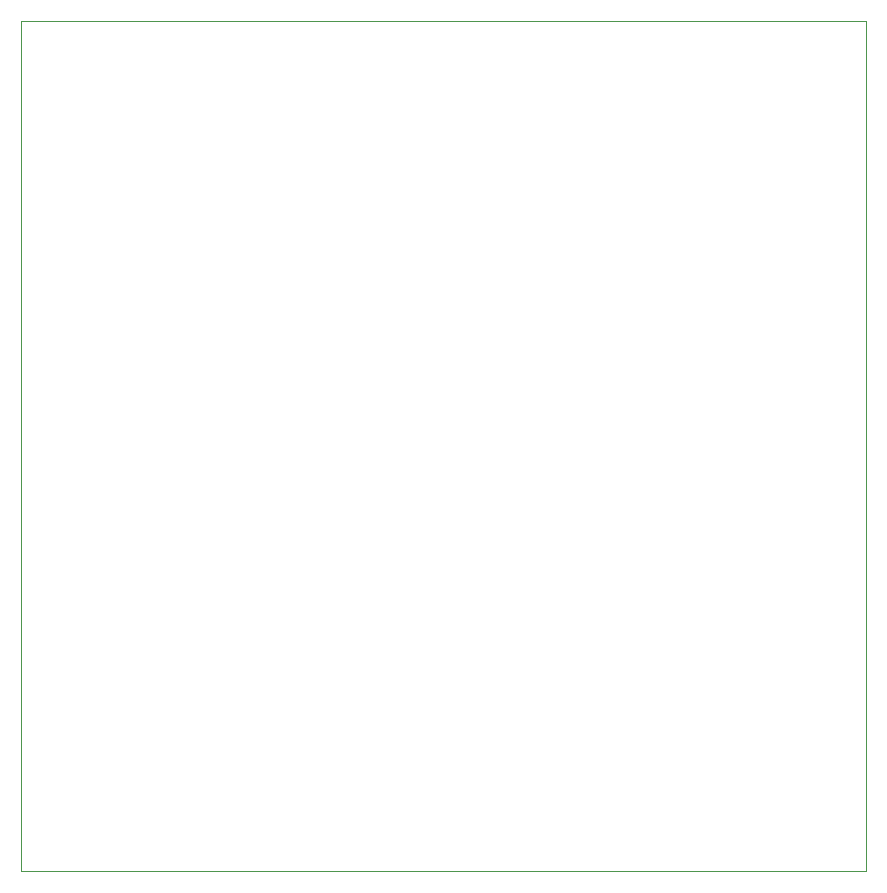
<source format=gbr>
%TF.GenerationSoftware,KiCad,Pcbnew,9.0.0*%
%TF.CreationDate,2025-04-02T21:20:57+05:30*%
%TF.ProjectId,Smart_Energy_Saving_System,536d6172-745f-4456-9e65-7267795f5361,rev?*%
%TF.SameCoordinates,Original*%
%TF.FileFunction,Profile,NP*%
%FSLAX46Y46*%
G04 Gerber Fmt 4.6, Leading zero omitted, Abs format (unit mm)*
G04 Created by KiCad (PCBNEW 9.0.0) date 2025-04-02 21:20:57*
%MOMM*%
%LPD*%
G01*
G04 APERTURE LIST*
%TA.AperFunction,Profile*%
%ADD10C,0.050000*%
%TD*%
G04 APERTURE END LIST*
D10*
X110000000Y-45000000D02*
X181500000Y-45000000D01*
X181500000Y-117000000D01*
X110000000Y-117000000D01*
X110000000Y-45000000D01*
M02*

</source>
